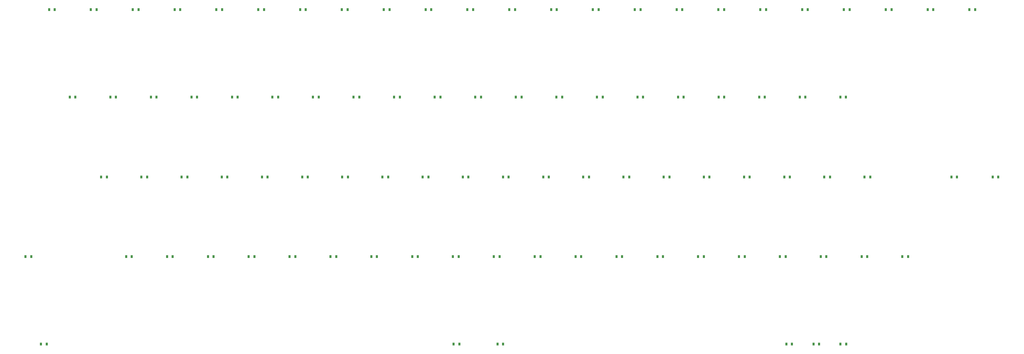
<source format=gbp>
%TF.GenerationSoftware,KiCad,Pcbnew,(6.0.1)*%
%TF.CreationDate,2022-07-30T17:19:38+08:00*%
%TF.ProjectId,CrVisionMech,43725669-7369-46f6-9e4d-6563682e6b69,rev?*%
%TF.SameCoordinates,Original*%
%TF.FileFunction,Paste,Bot*%
%TF.FilePolarity,Positive*%
%FSLAX46Y46*%
G04 Gerber Fmt 4.6, Leading zero omitted, Abs format (unit mm)*
G04 Created by KiCad (PCBNEW (6.0.1)) date 2022-07-30 17:19:38*
%MOMM*%
%LPD*%
G01*
G04 APERTURE LIST*
%ADD10R,0.600000X0.700000*%
G04 APERTURE END LIST*
D10*
X121702104Y-137795000D03*
X120302104Y-137795000D03*
X284862500Y-198755000D03*
X283462500Y-198755000D03*
X90870000Y-177165000D03*
X89470000Y-177165000D03*
X226292096Y-177165000D03*
X224892096Y-177165000D03*
X198519214Y-157480000D03*
X197119214Y-157480000D03*
X201590520Y-137795000D03*
X200190520Y-137795000D03*
X158458178Y-116205000D03*
X157058178Y-116205000D03*
X158948690Y-157480000D03*
X157548690Y-157480000D03*
X297445535Y-157480000D03*
X296045535Y-157480000D03*
X256471304Y-177165000D03*
X255071304Y-177165000D03*
X306770000Y-177165000D03*
X305370000Y-177165000D03*
X287552893Y-157480000D03*
X286152893Y-157480000D03*
X236351832Y-177165000D03*
X234951832Y-177165000D03*
X186053152Y-177165000D03*
X184653152Y-177165000D03*
X278195000Y-198755000D03*
X276795000Y-198755000D03*
X96650000Y-116205000D03*
X95250000Y-116205000D03*
X115635000Y-177165000D03*
X114235000Y-177165000D03*
X318835000Y-157480000D03*
X317435000Y-157480000D03*
X127554089Y-116205000D03*
X126154089Y-116205000D03*
X168841321Y-157480000D03*
X167441321Y-157480000D03*
X302677260Y-116205000D03*
X301277260Y-116205000D03*
X211576572Y-137795000D03*
X210176572Y-137795000D03*
X199663630Y-116205000D03*
X198263630Y-116205000D03*
X171632364Y-137795000D03*
X170232364Y-137795000D03*
X257875000Y-157480000D03*
X256475000Y-157480000D03*
X251170445Y-116205000D03*
X249770445Y-116205000D03*
X261506832Y-137795000D03*
X260106832Y-137795000D03*
X292375897Y-116205000D03*
X290975897Y-116205000D03*
X281478936Y-137795000D03*
X280078936Y-137795000D03*
X276590776Y-177165000D03*
X275190776Y-177165000D03*
X148156815Y-116205000D03*
X146756815Y-116205000D03*
X119378166Y-157480000D03*
X117978166Y-157480000D03*
X228197107Y-157480000D03*
X226797107Y-157480000D03*
X178733952Y-157480000D03*
X177333952Y-157480000D03*
X261471808Y-116205000D03*
X260071808Y-116205000D03*
X181618416Y-137795000D03*
X180218416Y-137795000D03*
X267767631Y-157480000D03*
X266367631Y-157480000D03*
X161646312Y-137795000D03*
X160246312Y-137795000D03*
X125694736Y-177165000D03*
X124294736Y-177165000D03*
X196112888Y-177165000D03*
X194712888Y-177165000D03*
X165933680Y-177165000D03*
X164533680Y-177165000D03*
X149056059Y-157480000D03*
X147656059Y-157480000D03*
X106951363Y-116205000D03*
X105551363Y-116205000D03*
X266531040Y-177165000D03*
X265131040Y-177165000D03*
X191604468Y-137795000D03*
X190204468Y-137795000D03*
X141674208Y-137795000D03*
X140274208Y-137795000D03*
X101730000Y-137795000D03*
X100330000Y-137795000D03*
X271773171Y-116205000D03*
X270373171Y-116205000D03*
X282074534Y-116205000D03*
X280674534Y-116205000D03*
X151660260Y-137795000D03*
X150260260Y-137795000D03*
X137855452Y-116205000D03*
X136455452Y-116205000D03*
X155873944Y-177165000D03*
X154473944Y-177165000D03*
X286650512Y-177165000D03*
X285250512Y-177165000D03*
X241534728Y-137795000D03*
X240134728Y-137795000D03*
X216232360Y-177165000D03*
X214832360Y-177165000D03*
X291465000Y-137795000D03*
X290065000Y-137795000D03*
X175993416Y-177165000D03*
X174593416Y-177165000D03*
X240869082Y-116205000D03*
X239469082Y-116205000D03*
X208411845Y-157480000D03*
X207011845Y-157480000D03*
X131688156Y-137795000D03*
X130288156Y-137795000D03*
X94680000Y-198755000D03*
X93280000Y-198755000D03*
X291530000Y-198755000D03*
X290130000Y-198755000D03*
X277660262Y-157480000D03*
X276260262Y-157480000D03*
X218304476Y-157480000D03*
X216904476Y-157480000D03*
X189362267Y-116205000D03*
X187962267Y-116205000D03*
X139163428Y-157480000D03*
X137763428Y-157480000D03*
X111716052Y-137795000D03*
X110316052Y-137795000D03*
X168759541Y-116205000D03*
X167359541Y-116205000D03*
X129270797Y-157480000D03*
X127870797Y-157480000D03*
X328995000Y-157480000D03*
X327595000Y-157480000D03*
X209964993Y-116205000D03*
X208564993Y-116205000D03*
X188626583Y-157480000D03*
X187226583Y-157480000D03*
X206172624Y-177165000D03*
X204772624Y-177165000D03*
X230567719Y-116205000D03*
X229167719Y-116205000D03*
X271492884Y-137795000D03*
X270092884Y-137795000D03*
X296710248Y-177165000D03*
X295310248Y-177165000D03*
X207075000Y-198755000D03*
X205675000Y-198755000D03*
X323280000Y-116205000D03*
X321880000Y-116205000D03*
X179060904Y-116205000D03*
X177660904Y-116205000D03*
X231548676Y-137795000D03*
X230148676Y-137795000D03*
X196280000Y-198755000D03*
X194880000Y-198755000D03*
X220266356Y-116205000D03*
X218866356Y-116205000D03*
X312978623Y-116205000D03*
X311578623Y-116205000D03*
X247982369Y-157480000D03*
X246582369Y-157480000D03*
X221562624Y-137795000D03*
X220162624Y-137795000D03*
X117252726Y-116205000D03*
X115852726Y-116205000D03*
X251520780Y-137795000D03*
X250120780Y-137795000D03*
X246411568Y-177165000D03*
X245011568Y-177165000D03*
X135754472Y-177165000D03*
X134354472Y-177165000D03*
X145814208Y-177165000D03*
X144414208Y-177165000D03*
X238089738Y-157480000D03*
X236689738Y-157480000D03*
X109485535Y-157480000D03*
X108085535Y-157480000D03*
M02*

</source>
